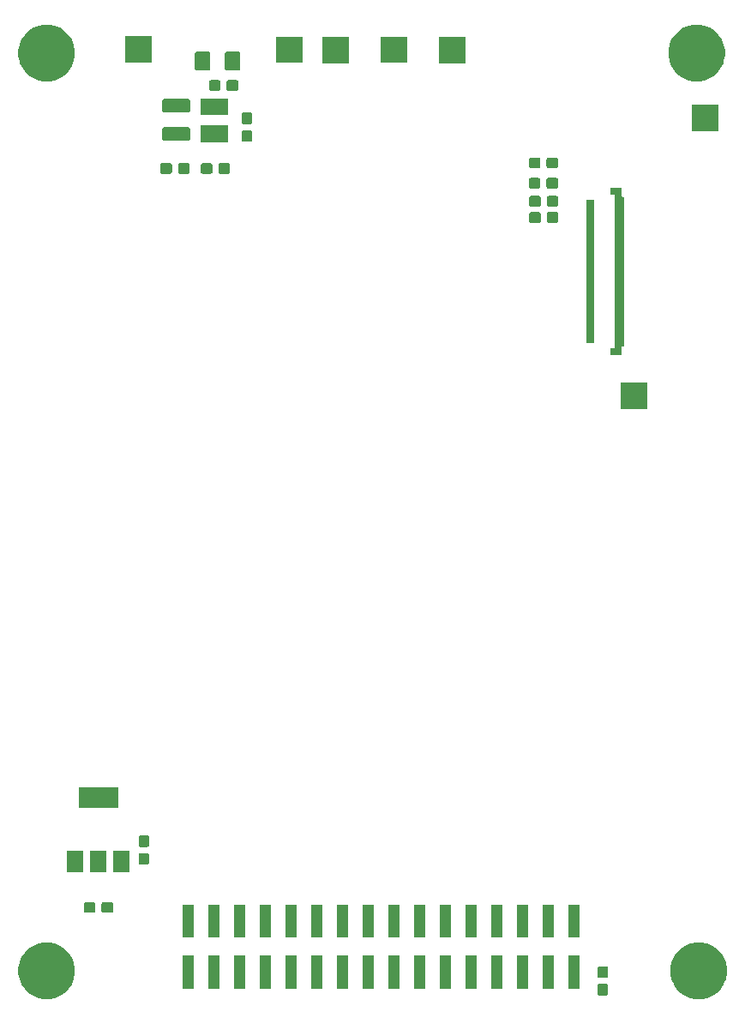
<source format=gbr>
G04 #@! TF.GenerationSoftware,KiCad,Pcbnew,(5.1.4)-1*
G04 #@! TF.CreationDate,2019-11-24T21:52:42+08:00*
G04 #@! TF.ProjectId,FH26W-45S-0.3SHW,46483236-572d-4343-9553-2d302e335348,rev?*
G04 #@! TF.SameCoordinates,Original*
G04 #@! TF.FileFunction,Soldermask,Bot*
G04 #@! TF.FilePolarity,Negative*
%FSLAX46Y46*%
G04 Gerber Fmt 4.6, Leading zero omitted, Abs format (unit mm)*
G04 Created by KiCad (PCBNEW (5.1.4)-1) date 2019-11-24 21:52:42*
%MOMM*%
%LPD*%
G04 APERTURE LIST*
%ADD10C,0.100000*%
G04 APERTURE END LIST*
D10*
G36*
X157217021Y-116906640D02*
G01*
X157726769Y-117117785D01*
X157726771Y-117117786D01*
X158185534Y-117424321D01*
X158575679Y-117814466D01*
X158765798Y-118099000D01*
X158882215Y-118273231D01*
X159093360Y-118782979D01*
X159201000Y-119324124D01*
X159201000Y-119875876D01*
X159093360Y-120417021D01*
X158891646Y-120904000D01*
X158882214Y-120926771D01*
X158575679Y-121385534D01*
X158185534Y-121775679D01*
X157726771Y-122082214D01*
X157726770Y-122082215D01*
X157726769Y-122082215D01*
X157217021Y-122293360D01*
X156675876Y-122401000D01*
X156124124Y-122401000D01*
X155582979Y-122293360D01*
X155073231Y-122082215D01*
X155073230Y-122082215D01*
X155073229Y-122082214D01*
X154614466Y-121775679D01*
X154224321Y-121385534D01*
X153917786Y-120926771D01*
X153908354Y-120904000D01*
X153706640Y-120417021D01*
X153599000Y-119875876D01*
X153599000Y-119324124D01*
X153706640Y-118782979D01*
X153917785Y-118273231D01*
X154034202Y-118099000D01*
X154224321Y-117814466D01*
X154614466Y-117424321D01*
X155073229Y-117117786D01*
X155073231Y-117117785D01*
X155582979Y-116906640D01*
X156124124Y-116799000D01*
X156675876Y-116799000D01*
X157217021Y-116906640D01*
X157217021Y-116906640D01*
G37*
G36*
X92817021Y-116906640D02*
G01*
X93326769Y-117117785D01*
X93326771Y-117117786D01*
X93785534Y-117424321D01*
X94175679Y-117814466D01*
X94365798Y-118099000D01*
X94482215Y-118273231D01*
X94693360Y-118782979D01*
X94801000Y-119324124D01*
X94801000Y-119875876D01*
X94693360Y-120417021D01*
X94491646Y-120904000D01*
X94482214Y-120926771D01*
X94175679Y-121385534D01*
X93785534Y-121775679D01*
X93326771Y-122082214D01*
X93326770Y-122082215D01*
X93326769Y-122082215D01*
X92817021Y-122293360D01*
X92275876Y-122401000D01*
X91724124Y-122401000D01*
X91182979Y-122293360D01*
X90673231Y-122082215D01*
X90673230Y-122082215D01*
X90673229Y-122082214D01*
X90214466Y-121775679D01*
X89824321Y-121385534D01*
X89517786Y-120926771D01*
X89508354Y-120904000D01*
X89306640Y-120417021D01*
X89199000Y-119875876D01*
X89199000Y-119324124D01*
X89306640Y-118782979D01*
X89517785Y-118273231D01*
X89634202Y-118099000D01*
X89824321Y-117814466D01*
X90214466Y-117424321D01*
X90673229Y-117117786D01*
X90673231Y-117117785D01*
X91182979Y-116906640D01*
X91724124Y-116799000D01*
X92275876Y-116799000D01*
X92817021Y-116906640D01*
X92817021Y-116906640D01*
G37*
G36*
X147284499Y-120908445D02*
G01*
X147321995Y-120919820D01*
X147356554Y-120938292D01*
X147386847Y-120963153D01*
X147411708Y-120993446D01*
X147430180Y-121028005D01*
X147441555Y-121065501D01*
X147446000Y-121110638D01*
X147446000Y-121849362D01*
X147441555Y-121894499D01*
X147430180Y-121931995D01*
X147411708Y-121966554D01*
X147386847Y-121996847D01*
X147356554Y-122021708D01*
X147321995Y-122040180D01*
X147284499Y-122051555D01*
X147239362Y-122056000D01*
X146600638Y-122056000D01*
X146555501Y-122051555D01*
X146518005Y-122040180D01*
X146483446Y-122021708D01*
X146453153Y-121996847D01*
X146428292Y-121966554D01*
X146409820Y-121931995D01*
X146398445Y-121894499D01*
X146394000Y-121849362D01*
X146394000Y-121110638D01*
X146398445Y-121065501D01*
X146409820Y-121028005D01*
X146428292Y-120993446D01*
X146453153Y-120963153D01*
X146483446Y-120938292D01*
X146518005Y-120919820D01*
X146555501Y-120908445D01*
X146600638Y-120904000D01*
X147239362Y-120904000D01*
X147284499Y-120908445D01*
X147284499Y-120908445D01*
G37*
G36*
X121741000Y-121351000D02*
G01*
X120639000Y-121351000D01*
X120639000Y-118099000D01*
X121741000Y-118099000D01*
X121741000Y-121351000D01*
X121741000Y-121351000D01*
G37*
G36*
X111581000Y-121351000D02*
G01*
X110479000Y-121351000D01*
X110479000Y-118099000D01*
X111581000Y-118099000D01*
X111581000Y-121351000D01*
X111581000Y-121351000D01*
G37*
G36*
X114121000Y-121351000D02*
G01*
X113019000Y-121351000D01*
X113019000Y-118099000D01*
X114121000Y-118099000D01*
X114121000Y-121351000D01*
X114121000Y-121351000D01*
G37*
G36*
X116661000Y-121351000D02*
G01*
X115559000Y-121351000D01*
X115559000Y-118099000D01*
X116661000Y-118099000D01*
X116661000Y-121351000D01*
X116661000Y-121351000D01*
G37*
G36*
X119201000Y-121351000D02*
G01*
X118099000Y-121351000D01*
X118099000Y-118099000D01*
X119201000Y-118099000D01*
X119201000Y-121351000D01*
X119201000Y-121351000D01*
G37*
G36*
X124281000Y-121351000D02*
G01*
X123179000Y-121351000D01*
X123179000Y-118099000D01*
X124281000Y-118099000D01*
X124281000Y-121351000D01*
X124281000Y-121351000D01*
G37*
G36*
X126821000Y-121351000D02*
G01*
X125719000Y-121351000D01*
X125719000Y-118099000D01*
X126821000Y-118099000D01*
X126821000Y-121351000D01*
X126821000Y-121351000D01*
G37*
G36*
X106501000Y-121351000D02*
G01*
X105399000Y-121351000D01*
X105399000Y-118099000D01*
X106501000Y-118099000D01*
X106501000Y-121351000D01*
X106501000Y-121351000D01*
G37*
G36*
X134441000Y-121351000D02*
G01*
X133339000Y-121351000D01*
X133339000Y-118099000D01*
X134441000Y-118099000D01*
X134441000Y-121351000D01*
X134441000Y-121351000D01*
G37*
G36*
X136981000Y-121351000D02*
G01*
X135879000Y-121351000D01*
X135879000Y-118099000D01*
X136981000Y-118099000D01*
X136981000Y-121351000D01*
X136981000Y-121351000D01*
G37*
G36*
X129361000Y-121351000D02*
G01*
X128259000Y-121351000D01*
X128259000Y-118099000D01*
X129361000Y-118099000D01*
X129361000Y-121351000D01*
X129361000Y-121351000D01*
G37*
G36*
X139521000Y-121351000D02*
G01*
X138419000Y-121351000D01*
X138419000Y-118099000D01*
X139521000Y-118099000D01*
X139521000Y-121351000D01*
X139521000Y-121351000D01*
G37*
G36*
X142061000Y-121351000D02*
G01*
X140959000Y-121351000D01*
X140959000Y-118099000D01*
X142061000Y-118099000D01*
X142061000Y-121351000D01*
X142061000Y-121351000D01*
G37*
G36*
X144601000Y-121351000D02*
G01*
X143499000Y-121351000D01*
X143499000Y-118099000D01*
X144601000Y-118099000D01*
X144601000Y-121351000D01*
X144601000Y-121351000D01*
G37*
G36*
X109041000Y-121351000D02*
G01*
X107939000Y-121351000D01*
X107939000Y-118099000D01*
X109041000Y-118099000D01*
X109041000Y-121351000D01*
X109041000Y-121351000D01*
G37*
G36*
X131901000Y-121351000D02*
G01*
X130799000Y-121351000D01*
X130799000Y-118099000D01*
X131901000Y-118099000D01*
X131901000Y-121351000D01*
X131901000Y-121351000D01*
G37*
G36*
X147284499Y-119158445D02*
G01*
X147321995Y-119169820D01*
X147356554Y-119188292D01*
X147386847Y-119213153D01*
X147411708Y-119243446D01*
X147430180Y-119278005D01*
X147441555Y-119315501D01*
X147446000Y-119360638D01*
X147446000Y-120099362D01*
X147441555Y-120144499D01*
X147430180Y-120181995D01*
X147411708Y-120216554D01*
X147386847Y-120246847D01*
X147356554Y-120271708D01*
X147321995Y-120290180D01*
X147284499Y-120301555D01*
X147239362Y-120306000D01*
X146600638Y-120306000D01*
X146555501Y-120301555D01*
X146518005Y-120290180D01*
X146483446Y-120271708D01*
X146453153Y-120246847D01*
X146428292Y-120216554D01*
X146409820Y-120181995D01*
X146398445Y-120144499D01*
X146394000Y-120099362D01*
X146394000Y-119360638D01*
X146398445Y-119315501D01*
X146409820Y-119278005D01*
X146428292Y-119243446D01*
X146453153Y-119213153D01*
X146483446Y-119188292D01*
X146518005Y-119169820D01*
X146555501Y-119158445D01*
X146600638Y-119154000D01*
X147239362Y-119154000D01*
X147284499Y-119158445D01*
X147284499Y-119158445D01*
G37*
G36*
X126821000Y-116301000D02*
G01*
X125719000Y-116301000D01*
X125719000Y-113049000D01*
X126821000Y-113049000D01*
X126821000Y-116301000D01*
X126821000Y-116301000D01*
G37*
G36*
X106501000Y-116301000D02*
G01*
X105399000Y-116301000D01*
X105399000Y-113049000D01*
X106501000Y-113049000D01*
X106501000Y-116301000D01*
X106501000Y-116301000D01*
G37*
G36*
X111581000Y-116301000D02*
G01*
X110479000Y-116301000D01*
X110479000Y-113049000D01*
X111581000Y-113049000D01*
X111581000Y-116301000D01*
X111581000Y-116301000D01*
G37*
G36*
X109041000Y-116301000D02*
G01*
X107939000Y-116301000D01*
X107939000Y-113049000D01*
X109041000Y-113049000D01*
X109041000Y-116301000D01*
X109041000Y-116301000D01*
G37*
G36*
X119201000Y-116301000D02*
G01*
X118099000Y-116301000D01*
X118099000Y-113049000D01*
X119201000Y-113049000D01*
X119201000Y-116301000D01*
X119201000Y-116301000D01*
G37*
G36*
X144601000Y-116301000D02*
G01*
X143499000Y-116301000D01*
X143499000Y-113049000D01*
X144601000Y-113049000D01*
X144601000Y-116301000D01*
X144601000Y-116301000D01*
G37*
G36*
X114121000Y-116301000D02*
G01*
X113019000Y-116301000D01*
X113019000Y-113049000D01*
X114121000Y-113049000D01*
X114121000Y-116301000D01*
X114121000Y-116301000D01*
G37*
G36*
X142061000Y-116301000D02*
G01*
X140959000Y-116301000D01*
X140959000Y-113049000D01*
X142061000Y-113049000D01*
X142061000Y-116301000D01*
X142061000Y-116301000D01*
G37*
G36*
X139521000Y-116301000D02*
G01*
X138419000Y-116301000D01*
X138419000Y-113049000D01*
X139521000Y-113049000D01*
X139521000Y-116301000D01*
X139521000Y-116301000D01*
G37*
G36*
X136981000Y-116301000D02*
G01*
X135879000Y-116301000D01*
X135879000Y-113049000D01*
X136981000Y-113049000D01*
X136981000Y-116301000D01*
X136981000Y-116301000D01*
G37*
G36*
X116661000Y-116301000D02*
G01*
X115559000Y-116301000D01*
X115559000Y-113049000D01*
X116661000Y-113049000D01*
X116661000Y-116301000D01*
X116661000Y-116301000D01*
G37*
G36*
X134441000Y-116301000D02*
G01*
X133339000Y-116301000D01*
X133339000Y-113049000D01*
X134441000Y-113049000D01*
X134441000Y-116301000D01*
X134441000Y-116301000D01*
G37*
G36*
X131901000Y-116301000D02*
G01*
X130799000Y-116301000D01*
X130799000Y-113049000D01*
X131901000Y-113049000D01*
X131901000Y-116301000D01*
X131901000Y-116301000D01*
G37*
G36*
X121741000Y-116301000D02*
G01*
X120639000Y-116301000D01*
X120639000Y-113049000D01*
X121741000Y-113049000D01*
X121741000Y-116301000D01*
X121741000Y-116301000D01*
G37*
G36*
X129361000Y-116301000D02*
G01*
X128259000Y-116301000D01*
X128259000Y-113049000D01*
X129361000Y-113049000D01*
X129361000Y-116301000D01*
X129361000Y-116301000D01*
G37*
G36*
X124281000Y-116301000D02*
G01*
X123179000Y-116301000D01*
X123179000Y-113049000D01*
X124281000Y-113049000D01*
X124281000Y-116301000D01*
X124281000Y-116301000D01*
G37*
G36*
X96664499Y-112838445D02*
G01*
X96701995Y-112849820D01*
X96736554Y-112868292D01*
X96766847Y-112893153D01*
X96791708Y-112923446D01*
X96810180Y-112958005D01*
X96821555Y-112995501D01*
X96826000Y-113040638D01*
X96826000Y-113679362D01*
X96821555Y-113724499D01*
X96810180Y-113761995D01*
X96791708Y-113796554D01*
X96766847Y-113826847D01*
X96736554Y-113851708D01*
X96701995Y-113870180D01*
X96664499Y-113881555D01*
X96619362Y-113886000D01*
X95880638Y-113886000D01*
X95835501Y-113881555D01*
X95798005Y-113870180D01*
X95763446Y-113851708D01*
X95733153Y-113826847D01*
X95708292Y-113796554D01*
X95689820Y-113761995D01*
X95678445Y-113724499D01*
X95674000Y-113679362D01*
X95674000Y-113040638D01*
X95678445Y-112995501D01*
X95689820Y-112958005D01*
X95708292Y-112923446D01*
X95733153Y-112893153D01*
X95763446Y-112868292D01*
X95798005Y-112849820D01*
X95835501Y-112838445D01*
X95880638Y-112834000D01*
X96619362Y-112834000D01*
X96664499Y-112838445D01*
X96664499Y-112838445D01*
G37*
G36*
X98414499Y-112838445D02*
G01*
X98451995Y-112849820D01*
X98486554Y-112868292D01*
X98516847Y-112893153D01*
X98541708Y-112923446D01*
X98560180Y-112958005D01*
X98571555Y-112995501D01*
X98576000Y-113040638D01*
X98576000Y-113679362D01*
X98571555Y-113724499D01*
X98560180Y-113761995D01*
X98541708Y-113796554D01*
X98516847Y-113826847D01*
X98486554Y-113851708D01*
X98451995Y-113870180D01*
X98414499Y-113881555D01*
X98369362Y-113886000D01*
X97630638Y-113886000D01*
X97585501Y-113881555D01*
X97548005Y-113870180D01*
X97513446Y-113851708D01*
X97483153Y-113826847D01*
X97458292Y-113796554D01*
X97439820Y-113761995D01*
X97428445Y-113724499D01*
X97424000Y-113679362D01*
X97424000Y-113040638D01*
X97428445Y-112995501D01*
X97439820Y-112958005D01*
X97458292Y-112923446D01*
X97483153Y-112893153D01*
X97513446Y-112868292D01*
X97548005Y-112849820D01*
X97585501Y-112838445D01*
X97630638Y-112834000D01*
X98369362Y-112834000D01*
X98414499Y-112838445D01*
X98414499Y-112838445D01*
G37*
G36*
X95601000Y-109851000D02*
G01*
X93999000Y-109851000D01*
X93999000Y-107749000D01*
X95601000Y-107749000D01*
X95601000Y-109851000D01*
X95601000Y-109851000D01*
G37*
G36*
X100201000Y-109851000D02*
G01*
X98599000Y-109851000D01*
X98599000Y-107749000D01*
X100201000Y-107749000D01*
X100201000Y-109851000D01*
X100201000Y-109851000D01*
G37*
G36*
X97901000Y-109851000D02*
G01*
X96299000Y-109851000D01*
X96299000Y-107749000D01*
X97901000Y-107749000D01*
X97901000Y-109851000D01*
X97901000Y-109851000D01*
G37*
G36*
X101964499Y-107978445D02*
G01*
X102001995Y-107989820D01*
X102036554Y-108008292D01*
X102066847Y-108033153D01*
X102091708Y-108063446D01*
X102110180Y-108098005D01*
X102121555Y-108135501D01*
X102126000Y-108180638D01*
X102126000Y-108919362D01*
X102121555Y-108964499D01*
X102110180Y-109001995D01*
X102091708Y-109036554D01*
X102066847Y-109066847D01*
X102036554Y-109091708D01*
X102001995Y-109110180D01*
X101964499Y-109121555D01*
X101919362Y-109126000D01*
X101280638Y-109126000D01*
X101235501Y-109121555D01*
X101198005Y-109110180D01*
X101163446Y-109091708D01*
X101133153Y-109066847D01*
X101108292Y-109036554D01*
X101089820Y-109001995D01*
X101078445Y-108964499D01*
X101074000Y-108919362D01*
X101074000Y-108180638D01*
X101078445Y-108135501D01*
X101089820Y-108098005D01*
X101108292Y-108063446D01*
X101133153Y-108033153D01*
X101163446Y-108008292D01*
X101198005Y-107989820D01*
X101235501Y-107978445D01*
X101280638Y-107974000D01*
X101919362Y-107974000D01*
X101964499Y-107978445D01*
X101964499Y-107978445D01*
G37*
G36*
X101964499Y-106228445D02*
G01*
X102001995Y-106239820D01*
X102036554Y-106258292D01*
X102066847Y-106283153D01*
X102091708Y-106313446D01*
X102110180Y-106348005D01*
X102121555Y-106385501D01*
X102126000Y-106430638D01*
X102126000Y-107169362D01*
X102121555Y-107214499D01*
X102110180Y-107251995D01*
X102091708Y-107286554D01*
X102066847Y-107316847D01*
X102036554Y-107341708D01*
X102001995Y-107360180D01*
X101964499Y-107371555D01*
X101919362Y-107376000D01*
X101280638Y-107376000D01*
X101235501Y-107371555D01*
X101198005Y-107360180D01*
X101163446Y-107341708D01*
X101133153Y-107316847D01*
X101108292Y-107286554D01*
X101089820Y-107251995D01*
X101078445Y-107214499D01*
X101074000Y-107169362D01*
X101074000Y-106430638D01*
X101078445Y-106385501D01*
X101089820Y-106348005D01*
X101108292Y-106313446D01*
X101133153Y-106283153D01*
X101163446Y-106258292D01*
X101198005Y-106239820D01*
X101235501Y-106228445D01*
X101280638Y-106224000D01*
X101919362Y-106224000D01*
X101964499Y-106228445D01*
X101964499Y-106228445D01*
G37*
G36*
X99051000Y-103551000D02*
G01*
X95149000Y-103551000D01*
X95149000Y-101449000D01*
X99051000Y-101449000D01*
X99051000Y-103551000D01*
X99051000Y-103551000D01*
G37*
G36*
X151301000Y-64141000D02*
G01*
X148699000Y-64141000D01*
X148699000Y-61539000D01*
X151301000Y-61539000D01*
X151301000Y-64141000D01*
X151301000Y-64141000D01*
G37*
G36*
X148801000Y-43079001D02*
G01*
X148803402Y-43103387D01*
X148810515Y-43126836D01*
X148822066Y-43148447D01*
X148837611Y-43167389D01*
X148856553Y-43182934D01*
X148878164Y-43194485D01*
X148901613Y-43201598D01*
X148925999Y-43204000D01*
X149061000Y-43204000D01*
X149061000Y-57936000D01*
X148925999Y-57936000D01*
X148901613Y-57938402D01*
X148878164Y-57945515D01*
X148856553Y-57957066D01*
X148837611Y-57972611D01*
X148822066Y-57991553D01*
X148810515Y-58013164D01*
X148803402Y-58036613D01*
X148801000Y-58060999D01*
X148801000Y-58826000D01*
X147699000Y-58826000D01*
X147699000Y-58174000D01*
X147984001Y-58174000D01*
X148008387Y-58171598D01*
X148031836Y-58164485D01*
X148053447Y-58152934D01*
X148072389Y-58137389D01*
X148087934Y-58118447D01*
X148099485Y-58096836D01*
X148106598Y-58073387D01*
X148109000Y-58049001D01*
X148109000Y-43090999D01*
X148106598Y-43066613D01*
X148099485Y-43043164D01*
X148087934Y-43021553D01*
X148072389Y-43002611D01*
X148053447Y-42987066D01*
X148031836Y-42975515D01*
X148008387Y-42968402D01*
X147984001Y-42966000D01*
X147699000Y-42966000D01*
X147699000Y-42314000D01*
X148801000Y-42314000D01*
X148801000Y-43079001D01*
X148801000Y-43079001D01*
G37*
G36*
X146101000Y-57611000D02*
G01*
X145299000Y-57611000D01*
X145299000Y-43529000D01*
X146101000Y-43529000D01*
X146101000Y-57611000D01*
X146101000Y-57611000D01*
G37*
G36*
X140634499Y-44708445D02*
G01*
X140671995Y-44719820D01*
X140706554Y-44738292D01*
X140736847Y-44763153D01*
X140761708Y-44793446D01*
X140780180Y-44828005D01*
X140791555Y-44865501D01*
X140796000Y-44910638D01*
X140796000Y-45549362D01*
X140791555Y-45594499D01*
X140780180Y-45631995D01*
X140761708Y-45666554D01*
X140736847Y-45696847D01*
X140706554Y-45721708D01*
X140671995Y-45740180D01*
X140634499Y-45751555D01*
X140589362Y-45756000D01*
X139850638Y-45756000D01*
X139805501Y-45751555D01*
X139768005Y-45740180D01*
X139733446Y-45721708D01*
X139703153Y-45696847D01*
X139678292Y-45666554D01*
X139659820Y-45631995D01*
X139648445Y-45594499D01*
X139644000Y-45549362D01*
X139644000Y-44910638D01*
X139648445Y-44865501D01*
X139659820Y-44828005D01*
X139678292Y-44793446D01*
X139703153Y-44763153D01*
X139733446Y-44738292D01*
X139768005Y-44719820D01*
X139805501Y-44708445D01*
X139850638Y-44704000D01*
X140589362Y-44704000D01*
X140634499Y-44708445D01*
X140634499Y-44708445D01*
G37*
G36*
X142384499Y-44708445D02*
G01*
X142421995Y-44719820D01*
X142456554Y-44738292D01*
X142486847Y-44763153D01*
X142511708Y-44793446D01*
X142530180Y-44828005D01*
X142541555Y-44865501D01*
X142546000Y-44910638D01*
X142546000Y-45549362D01*
X142541555Y-45594499D01*
X142530180Y-45631995D01*
X142511708Y-45666554D01*
X142486847Y-45696847D01*
X142456554Y-45721708D01*
X142421995Y-45740180D01*
X142384499Y-45751555D01*
X142339362Y-45756000D01*
X141600638Y-45756000D01*
X141555501Y-45751555D01*
X141518005Y-45740180D01*
X141483446Y-45721708D01*
X141453153Y-45696847D01*
X141428292Y-45666554D01*
X141409820Y-45631995D01*
X141398445Y-45594499D01*
X141394000Y-45549362D01*
X141394000Y-44910638D01*
X141398445Y-44865501D01*
X141409820Y-44828005D01*
X141428292Y-44793446D01*
X141453153Y-44763153D01*
X141483446Y-44738292D01*
X141518005Y-44719820D01*
X141555501Y-44708445D01*
X141600638Y-44704000D01*
X142339362Y-44704000D01*
X142384499Y-44708445D01*
X142384499Y-44708445D01*
G37*
G36*
X142384499Y-43108445D02*
G01*
X142421995Y-43119820D01*
X142456554Y-43138292D01*
X142486847Y-43163153D01*
X142511708Y-43193446D01*
X142530180Y-43228005D01*
X142541555Y-43265501D01*
X142546000Y-43310638D01*
X142546000Y-43949362D01*
X142541555Y-43994499D01*
X142530180Y-44031995D01*
X142511708Y-44066554D01*
X142486847Y-44096847D01*
X142456554Y-44121708D01*
X142421995Y-44140180D01*
X142384499Y-44151555D01*
X142339362Y-44156000D01*
X141600638Y-44156000D01*
X141555501Y-44151555D01*
X141518005Y-44140180D01*
X141483446Y-44121708D01*
X141453153Y-44096847D01*
X141428292Y-44066554D01*
X141409820Y-44031995D01*
X141398445Y-43994499D01*
X141394000Y-43949362D01*
X141394000Y-43310638D01*
X141398445Y-43265501D01*
X141409820Y-43228005D01*
X141428292Y-43193446D01*
X141453153Y-43163153D01*
X141483446Y-43138292D01*
X141518005Y-43119820D01*
X141555501Y-43108445D01*
X141600638Y-43104000D01*
X142339362Y-43104000D01*
X142384499Y-43108445D01*
X142384499Y-43108445D01*
G37*
G36*
X140634499Y-43108445D02*
G01*
X140671995Y-43119820D01*
X140706554Y-43138292D01*
X140736847Y-43163153D01*
X140761708Y-43193446D01*
X140780180Y-43228005D01*
X140791555Y-43265501D01*
X140796000Y-43310638D01*
X140796000Y-43949362D01*
X140791555Y-43994499D01*
X140780180Y-44031995D01*
X140761708Y-44066554D01*
X140736847Y-44096847D01*
X140706554Y-44121708D01*
X140671995Y-44140180D01*
X140634499Y-44151555D01*
X140589362Y-44156000D01*
X139850638Y-44156000D01*
X139805501Y-44151555D01*
X139768005Y-44140180D01*
X139733446Y-44121708D01*
X139703153Y-44096847D01*
X139678292Y-44066554D01*
X139659820Y-44031995D01*
X139648445Y-43994499D01*
X139644000Y-43949362D01*
X139644000Y-43310638D01*
X139648445Y-43265501D01*
X139659820Y-43228005D01*
X139678292Y-43193446D01*
X139703153Y-43163153D01*
X139733446Y-43138292D01*
X139768005Y-43119820D01*
X139805501Y-43108445D01*
X139850638Y-43104000D01*
X140589362Y-43104000D01*
X140634499Y-43108445D01*
X140634499Y-43108445D01*
G37*
G36*
X140604499Y-41328445D02*
G01*
X140641995Y-41339820D01*
X140676554Y-41358292D01*
X140706847Y-41383153D01*
X140731708Y-41413446D01*
X140750180Y-41448005D01*
X140761555Y-41485501D01*
X140766000Y-41530638D01*
X140766000Y-42169362D01*
X140761555Y-42214499D01*
X140750180Y-42251995D01*
X140731708Y-42286554D01*
X140706847Y-42316847D01*
X140676554Y-42341708D01*
X140641995Y-42360180D01*
X140604499Y-42371555D01*
X140559362Y-42376000D01*
X139820638Y-42376000D01*
X139775501Y-42371555D01*
X139738005Y-42360180D01*
X139703446Y-42341708D01*
X139673153Y-42316847D01*
X139648292Y-42286554D01*
X139629820Y-42251995D01*
X139618445Y-42214499D01*
X139614000Y-42169362D01*
X139614000Y-41530638D01*
X139618445Y-41485501D01*
X139629820Y-41448005D01*
X139648292Y-41413446D01*
X139673153Y-41383153D01*
X139703446Y-41358292D01*
X139738005Y-41339820D01*
X139775501Y-41328445D01*
X139820638Y-41324000D01*
X140559362Y-41324000D01*
X140604499Y-41328445D01*
X140604499Y-41328445D01*
G37*
G36*
X142354499Y-41328445D02*
G01*
X142391995Y-41339820D01*
X142426554Y-41358292D01*
X142456847Y-41383153D01*
X142481708Y-41413446D01*
X142500180Y-41448005D01*
X142511555Y-41485501D01*
X142516000Y-41530638D01*
X142516000Y-42169362D01*
X142511555Y-42214499D01*
X142500180Y-42251995D01*
X142481708Y-42286554D01*
X142456847Y-42316847D01*
X142426554Y-42341708D01*
X142391995Y-42360180D01*
X142354499Y-42371555D01*
X142309362Y-42376000D01*
X141570638Y-42376000D01*
X141525501Y-42371555D01*
X141488005Y-42360180D01*
X141453446Y-42341708D01*
X141423153Y-42316847D01*
X141398292Y-42286554D01*
X141379820Y-42251995D01*
X141368445Y-42214499D01*
X141364000Y-42169362D01*
X141364000Y-41530638D01*
X141368445Y-41485501D01*
X141379820Y-41448005D01*
X141398292Y-41413446D01*
X141423153Y-41383153D01*
X141453446Y-41358292D01*
X141488005Y-41339820D01*
X141525501Y-41328445D01*
X141570638Y-41324000D01*
X142309362Y-41324000D01*
X142354499Y-41328445D01*
X142354499Y-41328445D01*
G37*
G36*
X108214499Y-39878445D02*
G01*
X108251995Y-39889820D01*
X108286554Y-39908292D01*
X108316847Y-39933153D01*
X108341708Y-39963446D01*
X108360180Y-39998005D01*
X108371555Y-40035501D01*
X108376000Y-40080638D01*
X108376000Y-40719362D01*
X108371555Y-40764499D01*
X108360180Y-40801995D01*
X108341708Y-40836554D01*
X108316847Y-40866847D01*
X108286554Y-40891708D01*
X108251995Y-40910180D01*
X108214499Y-40921555D01*
X108169362Y-40926000D01*
X107430638Y-40926000D01*
X107385501Y-40921555D01*
X107348005Y-40910180D01*
X107313446Y-40891708D01*
X107283153Y-40866847D01*
X107258292Y-40836554D01*
X107239820Y-40801995D01*
X107228445Y-40764499D01*
X107224000Y-40719362D01*
X107224000Y-40080638D01*
X107228445Y-40035501D01*
X107239820Y-39998005D01*
X107258292Y-39963446D01*
X107283153Y-39933153D01*
X107313446Y-39908292D01*
X107348005Y-39889820D01*
X107385501Y-39878445D01*
X107430638Y-39874000D01*
X108169362Y-39874000D01*
X108214499Y-39878445D01*
X108214499Y-39878445D01*
G37*
G36*
X109964499Y-39878445D02*
G01*
X110001995Y-39889820D01*
X110036554Y-39908292D01*
X110066847Y-39933153D01*
X110091708Y-39963446D01*
X110110180Y-39998005D01*
X110121555Y-40035501D01*
X110126000Y-40080638D01*
X110126000Y-40719362D01*
X110121555Y-40764499D01*
X110110180Y-40801995D01*
X110091708Y-40836554D01*
X110066847Y-40866847D01*
X110036554Y-40891708D01*
X110001995Y-40910180D01*
X109964499Y-40921555D01*
X109919362Y-40926000D01*
X109180638Y-40926000D01*
X109135501Y-40921555D01*
X109098005Y-40910180D01*
X109063446Y-40891708D01*
X109033153Y-40866847D01*
X109008292Y-40836554D01*
X108989820Y-40801995D01*
X108978445Y-40764499D01*
X108974000Y-40719362D01*
X108974000Y-40080638D01*
X108978445Y-40035501D01*
X108989820Y-39998005D01*
X109008292Y-39963446D01*
X109033153Y-39933153D01*
X109063446Y-39908292D01*
X109098005Y-39889820D01*
X109135501Y-39878445D01*
X109180638Y-39874000D01*
X109919362Y-39874000D01*
X109964499Y-39878445D01*
X109964499Y-39878445D01*
G37*
G36*
X105964499Y-39878445D02*
G01*
X106001995Y-39889820D01*
X106036554Y-39908292D01*
X106066847Y-39933153D01*
X106091708Y-39963446D01*
X106110180Y-39998005D01*
X106121555Y-40035501D01*
X106126000Y-40080638D01*
X106126000Y-40719362D01*
X106121555Y-40764499D01*
X106110180Y-40801995D01*
X106091708Y-40836554D01*
X106066847Y-40866847D01*
X106036554Y-40891708D01*
X106001995Y-40910180D01*
X105964499Y-40921555D01*
X105919362Y-40926000D01*
X105180638Y-40926000D01*
X105135501Y-40921555D01*
X105098005Y-40910180D01*
X105063446Y-40891708D01*
X105033153Y-40866847D01*
X105008292Y-40836554D01*
X104989820Y-40801995D01*
X104978445Y-40764499D01*
X104974000Y-40719362D01*
X104974000Y-40080638D01*
X104978445Y-40035501D01*
X104989820Y-39998005D01*
X105008292Y-39963446D01*
X105033153Y-39933153D01*
X105063446Y-39908292D01*
X105098005Y-39889820D01*
X105135501Y-39878445D01*
X105180638Y-39874000D01*
X105919362Y-39874000D01*
X105964499Y-39878445D01*
X105964499Y-39878445D01*
G37*
G36*
X104214499Y-39878445D02*
G01*
X104251995Y-39889820D01*
X104286554Y-39908292D01*
X104316847Y-39933153D01*
X104341708Y-39963446D01*
X104360180Y-39998005D01*
X104371555Y-40035501D01*
X104376000Y-40080638D01*
X104376000Y-40719362D01*
X104371555Y-40764499D01*
X104360180Y-40801995D01*
X104341708Y-40836554D01*
X104316847Y-40866847D01*
X104286554Y-40891708D01*
X104251995Y-40910180D01*
X104214499Y-40921555D01*
X104169362Y-40926000D01*
X103430638Y-40926000D01*
X103385501Y-40921555D01*
X103348005Y-40910180D01*
X103313446Y-40891708D01*
X103283153Y-40866847D01*
X103258292Y-40836554D01*
X103239820Y-40801995D01*
X103228445Y-40764499D01*
X103224000Y-40719362D01*
X103224000Y-40080638D01*
X103228445Y-40035501D01*
X103239820Y-39998005D01*
X103258292Y-39963446D01*
X103283153Y-39933153D01*
X103313446Y-39908292D01*
X103348005Y-39889820D01*
X103385501Y-39878445D01*
X103430638Y-39874000D01*
X104169362Y-39874000D01*
X104214499Y-39878445D01*
X104214499Y-39878445D01*
G37*
G36*
X142359499Y-39318445D02*
G01*
X142396995Y-39329820D01*
X142431554Y-39348292D01*
X142461847Y-39373153D01*
X142486708Y-39403446D01*
X142505180Y-39438005D01*
X142516555Y-39475501D01*
X142521000Y-39520638D01*
X142521000Y-40159362D01*
X142516555Y-40204499D01*
X142505180Y-40241995D01*
X142486708Y-40276554D01*
X142461847Y-40306847D01*
X142431554Y-40331708D01*
X142396995Y-40350180D01*
X142359499Y-40361555D01*
X142314362Y-40366000D01*
X141575638Y-40366000D01*
X141530501Y-40361555D01*
X141493005Y-40350180D01*
X141458446Y-40331708D01*
X141428153Y-40306847D01*
X141403292Y-40276554D01*
X141384820Y-40241995D01*
X141373445Y-40204499D01*
X141369000Y-40159362D01*
X141369000Y-39520638D01*
X141373445Y-39475501D01*
X141384820Y-39438005D01*
X141403292Y-39403446D01*
X141428153Y-39373153D01*
X141458446Y-39348292D01*
X141493005Y-39329820D01*
X141530501Y-39318445D01*
X141575638Y-39314000D01*
X142314362Y-39314000D01*
X142359499Y-39318445D01*
X142359499Y-39318445D01*
G37*
G36*
X140609499Y-39318445D02*
G01*
X140646995Y-39329820D01*
X140681554Y-39348292D01*
X140711847Y-39373153D01*
X140736708Y-39403446D01*
X140755180Y-39438005D01*
X140766555Y-39475501D01*
X140771000Y-39520638D01*
X140771000Y-40159362D01*
X140766555Y-40204499D01*
X140755180Y-40241995D01*
X140736708Y-40276554D01*
X140711847Y-40306847D01*
X140681554Y-40331708D01*
X140646995Y-40350180D01*
X140609499Y-40361555D01*
X140564362Y-40366000D01*
X139825638Y-40366000D01*
X139780501Y-40361555D01*
X139743005Y-40350180D01*
X139708446Y-40331708D01*
X139678153Y-40306847D01*
X139653292Y-40276554D01*
X139634820Y-40241995D01*
X139623445Y-40204499D01*
X139619000Y-40159362D01*
X139619000Y-39520638D01*
X139623445Y-39475501D01*
X139634820Y-39438005D01*
X139653292Y-39403446D01*
X139678153Y-39373153D01*
X139708446Y-39348292D01*
X139743005Y-39329820D01*
X139780501Y-39318445D01*
X139825638Y-39314000D01*
X140564362Y-39314000D01*
X140609499Y-39318445D01*
X140609499Y-39318445D01*
G37*
G36*
X109876000Y-37831000D02*
G01*
X107224000Y-37831000D01*
X107224000Y-36169000D01*
X109876000Y-36169000D01*
X109876000Y-37831000D01*
X109876000Y-37831000D01*
G37*
G36*
X112164499Y-36628445D02*
G01*
X112201995Y-36639820D01*
X112236554Y-36658292D01*
X112266847Y-36683153D01*
X112291708Y-36713446D01*
X112310180Y-36748005D01*
X112321555Y-36785501D01*
X112326000Y-36830638D01*
X112326000Y-37569362D01*
X112321555Y-37614499D01*
X112310180Y-37651995D01*
X112291708Y-37686554D01*
X112266847Y-37716847D01*
X112236554Y-37741708D01*
X112201995Y-37760180D01*
X112164499Y-37771555D01*
X112119362Y-37776000D01*
X111480638Y-37776000D01*
X111435501Y-37771555D01*
X111398005Y-37760180D01*
X111363446Y-37741708D01*
X111333153Y-37716847D01*
X111308292Y-37686554D01*
X111289820Y-37651995D01*
X111278445Y-37614499D01*
X111274000Y-37569362D01*
X111274000Y-36830638D01*
X111278445Y-36785501D01*
X111289820Y-36748005D01*
X111308292Y-36713446D01*
X111333153Y-36683153D01*
X111363446Y-36658292D01*
X111398005Y-36639820D01*
X111435501Y-36628445D01*
X111480638Y-36624000D01*
X112119362Y-36624000D01*
X112164499Y-36628445D01*
X112164499Y-36628445D01*
G37*
G36*
X106018604Y-36328347D02*
G01*
X106055144Y-36339432D01*
X106088821Y-36357433D01*
X106118341Y-36381659D01*
X106142567Y-36411179D01*
X106160568Y-36444856D01*
X106171653Y-36481396D01*
X106176000Y-36525538D01*
X106176000Y-37474462D01*
X106171653Y-37518604D01*
X106160568Y-37555144D01*
X106142567Y-37588821D01*
X106118341Y-37618341D01*
X106088821Y-37642567D01*
X106055144Y-37660568D01*
X106018604Y-37671653D01*
X105974462Y-37676000D01*
X103625538Y-37676000D01*
X103581396Y-37671653D01*
X103544856Y-37660568D01*
X103511179Y-37642567D01*
X103481659Y-37618341D01*
X103457433Y-37588821D01*
X103439432Y-37555144D01*
X103428347Y-37518604D01*
X103424000Y-37474462D01*
X103424000Y-36525538D01*
X103428347Y-36481396D01*
X103439432Y-36444856D01*
X103457433Y-36411179D01*
X103481659Y-36381659D01*
X103511179Y-36357433D01*
X103544856Y-36339432D01*
X103581396Y-36328347D01*
X103625538Y-36324000D01*
X105974462Y-36324000D01*
X106018604Y-36328347D01*
X106018604Y-36328347D01*
G37*
G36*
X158361000Y-36711000D02*
G01*
X155759000Y-36711000D01*
X155759000Y-34109000D01*
X158361000Y-34109000D01*
X158361000Y-36711000D01*
X158361000Y-36711000D01*
G37*
G36*
X112164499Y-34878445D02*
G01*
X112201995Y-34889820D01*
X112236554Y-34908292D01*
X112266847Y-34933153D01*
X112291708Y-34963446D01*
X112310180Y-34998005D01*
X112321555Y-35035501D01*
X112326000Y-35080638D01*
X112326000Y-35819362D01*
X112321555Y-35864499D01*
X112310180Y-35901995D01*
X112291708Y-35936554D01*
X112266847Y-35966847D01*
X112236554Y-35991708D01*
X112201995Y-36010180D01*
X112164499Y-36021555D01*
X112119362Y-36026000D01*
X111480638Y-36026000D01*
X111435501Y-36021555D01*
X111398005Y-36010180D01*
X111363446Y-35991708D01*
X111333153Y-35966847D01*
X111308292Y-35936554D01*
X111289820Y-35901995D01*
X111278445Y-35864499D01*
X111274000Y-35819362D01*
X111274000Y-35080638D01*
X111278445Y-35035501D01*
X111289820Y-34998005D01*
X111308292Y-34963446D01*
X111333153Y-34933153D01*
X111363446Y-34908292D01*
X111398005Y-34889820D01*
X111435501Y-34878445D01*
X111480638Y-34874000D01*
X112119362Y-34874000D01*
X112164499Y-34878445D01*
X112164499Y-34878445D01*
G37*
G36*
X109876000Y-35131000D02*
G01*
X107224000Y-35131000D01*
X107224000Y-33469000D01*
X109876000Y-33469000D01*
X109876000Y-35131000D01*
X109876000Y-35131000D01*
G37*
G36*
X106018604Y-33528347D02*
G01*
X106055144Y-33539432D01*
X106088821Y-33557433D01*
X106118341Y-33581659D01*
X106142567Y-33611179D01*
X106160568Y-33644856D01*
X106171653Y-33681396D01*
X106176000Y-33725538D01*
X106176000Y-34674462D01*
X106171653Y-34718604D01*
X106160568Y-34755144D01*
X106142567Y-34788821D01*
X106118341Y-34818341D01*
X106088821Y-34842567D01*
X106055144Y-34860568D01*
X106018604Y-34871653D01*
X105974462Y-34876000D01*
X103625538Y-34876000D01*
X103581396Y-34871653D01*
X103544856Y-34860568D01*
X103511179Y-34842567D01*
X103481659Y-34818341D01*
X103457433Y-34788821D01*
X103439432Y-34755144D01*
X103428347Y-34718604D01*
X103424000Y-34674462D01*
X103424000Y-33725538D01*
X103428347Y-33681396D01*
X103439432Y-33644856D01*
X103457433Y-33611179D01*
X103481659Y-33581659D01*
X103511179Y-33557433D01*
X103544856Y-33539432D01*
X103581396Y-33528347D01*
X103625538Y-33524000D01*
X105974462Y-33524000D01*
X106018604Y-33528347D01*
X106018604Y-33528347D01*
G37*
G36*
X109014499Y-31678445D02*
G01*
X109051995Y-31689820D01*
X109086554Y-31708292D01*
X109116847Y-31733153D01*
X109141708Y-31763446D01*
X109160180Y-31798005D01*
X109171555Y-31835501D01*
X109176000Y-31880638D01*
X109176000Y-32519362D01*
X109171555Y-32564499D01*
X109160180Y-32601995D01*
X109141708Y-32636554D01*
X109116847Y-32666847D01*
X109086554Y-32691708D01*
X109051995Y-32710180D01*
X109014499Y-32721555D01*
X108969362Y-32726000D01*
X108230638Y-32726000D01*
X108185501Y-32721555D01*
X108148005Y-32710180D01*
X108113446Y-32691708D01*
X108083153Y-32666847D01*
X108058292Y-32636554D01*
X108039820Y-32601995D01*
X108028445Y-32564499D01*
X108024000Y-32519362D01*
X108024000Y-31880638D01*
X108028445Y-31835501D01*
X108039820Y-31798005D01*
X108058292Y-31763446D01*
X108083153Y-31733153D01*
X108113446Y-31708292D01*
X108148005Y-31689820D01*
X108185501Y-31678445D01*
X108230638Y-31674000D01*
X108969362Y-31674000D01*
X109014499Y-31678445D01*
X109014499Y-31678445D01*
G37*
G36*
X110764499Y-31678445D02*
G01*
X110801995Y-31689820D01*
X110836554Y-31708292D01*
X110866847Y-31733153D01*
X110891708Y-31763446D01*
X110910180Y-31798005D01*
X110921555Y-31835501D01*
X110926000Y-31880638D01*
X110926000Y-32519362D01*
X110921555Y-32564499D01*
X110910180Y-32601995D01*
X110891708Y-32636554D01*
X110866847Y-32666847D01*
X110836554Y-32691708D01*
X110801995Y-32710180D01*
X110764499Y-32721555D01*
X110719362Y-32726000D01*
X109980638Y-32726000D01*
X109935501Y-32721555D01*
X109898005Y-32710180D01*
X109863446Y-32691708D01*
X109833153Y-32666847D01*
X109808292Y-32636554D01*
X109789820Y-32601995D01*
X109778445Y-32564499D01*
X109774000Y-32519362D01*
X109774000Y-31880638D01*
X109778445Y-31835501D01*
X109789820Y-31798005D01*
X109808292Y-31763446D01*
X109833153Y-31733153D01*
X109863446Y-31708292D01*
X109898005Y-31689820D01*
X109935501Y-31678445D01*
X109980638Y-31674000D01*
X110719362Y-31674000D01*
X110764499Y-31678445D01*
X110764499Y-31678445D01*
G37*
G36*
X157017021Y-26306640D02*
G01*
X157526769Y-26517785D01*
X157526771Y-26517786D01*
X157985534Y-26824321D01*
X158375679Y-27214466D01*
X158498980Y-27399000D01*
X158682215Y-27673231D01*
X158893360Y-28182979D01*
X159001000Y-28724124D01*
X159001000Y-29275876D01*
X158893360Y-29817021D01*
X158821295Y-29991000D01*
X158682214Y-30326771D01*
X158375679Y-30785534D01*
X157985534Y-31175679D01*
X157526771Y-31482214D01*
X157526770Y-31482215D01*
X157526769Y-31482215D01*
X157017021Y-31693360D01*
X156475876Y-31801000D01*
X155924124Y-31801000D01*
X155382979Y-31693360D01*
X154873231Y-31482215D01*
X154873230Y-31482215D01*
X154873229Y-31482214D01*
X154414466Y-31175679D01*
X154024321Y-30785534D01*
X153717786Y-30326771D01*
X153578705Y-29991000D01*
X153506640Y-29817021D01*
X153399000Y-29275876D01*
X153399000Y-28724124D01*
X153506640Y-28182979D01*
X153717785Y-27673231D01*
X153901020Y-27399000D01*
X154024321Y-27214466D01*
X154414466Y-26824321D01*
X154873229Y-26517786D01*
X154873231Y-26517785D01*
X155382979Y-26306640D01*
X155924124Y-26199000D01*
X156475876Y-26199000D01*
X157017021Y-26306640D01*
X157017021Y-26306640D01*
G37*
G36*
X92817021Y-26306640D02*
G01*
X93326769Y-26517785D01*
X93326771Y-26517786D01*
X93785534Y-26824321D01*
X94175679Y-27214466D01*
X94298980Y-27399000D01*
X94482215Y-27673231D01*
X94693360Y-28182979D01*
X94801000Y-28724124D01*
X94801000Y-29275876D01*
X94693360Y-29817021D01*
X94621295Y-29991000D01*
X94482214Y-30326771D01*
X94175679Y-30785534D01*
X93785534Y-31175679D01*
X93326771Y-31482214D01*
X93326770Y-31482215D01*
X93326769Y-31482215D01*
X92817021Y-31693360D01*
X92275876Y-31801000D01*
X91724124Y-31801000D01*
X91182979Y-31693360D01*
X90673231Y-31482215D01*
X90673230Y-31482215D01*
X90673229Y-31482214D01*
X90214466Y-31175679D01*
X89824321Y-30785534D01*
X89517786Y-30326771D01*
X89378705Y-29991000D01*
X89306640Y-29817021D01*
X89199000Y-29275876D01*
X89199000Y-28724124D01*
X89306640Y-28182979D01*
X89517785Y-27673231D01*
X89701020Y-27399000D01*
X89824321Y-27214466D01*
X90214466Y-26824321D01*
X90673229Y-26517786D01*
X90673231Y-26517785D01*
X91182979Y-26306640D01*
X91724124Y-26199000D01*
X92275876Y-26199000D01*
X92817021Y-26306640D01*
X92817021Y-26306640D01*
G37*
G36*
X108013062Y-28878181D02*
G01*
X108047981Y-28888774D01*
X108080163Y-28905976D01*
X108108373Y-28929127D01*
X108131524Y-28957337D01*
X108148726Y-28989519D01*
X108159319Y-29024438D01*
X108163500Y-29066895D01*
X108163500Y-30533105D01*
X108159319Y-30575562D01*
X108148726Y-30610481D01*
X108131524Y-30642663D01*
X108108373Y-30670873D01*
X108080163Y-30694024D01*
X108047981Y-30711226D01*
X108013062Y-30721819D01*
X107970605Y-30726000D01*
X106829395Y-30726000D01*
X106786938Y-30721819D01*
X106752019Y-30711226D01*
X106719837Y-30694024D01*
X106691627Y-30670873D01*
X106668476Y-30642663D01*
X106651274Y-30610481D01*
X106640681Y-30575562D01*
X106636500Y-30533105D01*
X106636500Y-29066895D01*
X106640681Y-29024438D01*
X106651274Y-28989519D01*
X106668476Y-28957337D01*
X106691627Y-28929127D01*
X106719837Y-28905976D01*
X106752019Y-28888774D01*
X106786938Y-28878181D01*
X106829395Y-28874000D01*
X107970605Y-28874000D01*
X108013062Y-28878181D01*
X108013062Y-28878181D01*
G37*
G36*
X110988062Y-28878181D02*
G01*
X111022981Y-28888774D01*
X111055163Y-28905976D01*
X111083373Y-28929127D01*
X111106524Y-28957337D01*
X111123726Y-28989519D01*
X111134319Y-29024438D01*
X111138500Y-29066895D01*
X111138500Y-30533105D01*
X111134319Y-30575562D01*
X111123726Y-30610481D01*
X111106524Y-30642663D01*
X111083373Y-30670873D01*
X111055163Y-30694024D01*
X111022981Y-30711226D01*
X110988062Y-30721819D01*
X110945605Y-30726000D01*
X109804395Y-30726000D01*
X109761938Y-30721819D01*
X109727019Y-30711226D01*
X109694837Y-30694024D01*
X109666627Y-30670873D01*
X109643476Y-30642663D01*
X109626274Y-30610481D01*
X109615681Y-30575562D01*
X109611500Y-30533105D01*
X109611500Y-29066895D01*
X109615681Y-29024438D01*
X109626274Y-28989519D01*
X109643476Y-28957337D01*
X109666627Y-28929127D01*
X109694837Y-28905976D01*
X109727019Y-28888774D01*
X109761938Y-28878181D01*
X109804395Y-28874000D01*
X110945605Y-28874000D01*
X110988062Y-28878181D01*
X110988062Y-28878181D01*
G37*
G36*
X121851000Y-30001000D02*
G01*
X119249000Y-30001000D01*
X119249000Y-27399000D01*
X121851000Y-27399000D01*
X121851000Y-30001000D01*
X121851000Y-30001000D01*
G37*
G36*
X133361000Y-29991000D02*
G01*
X130759000Y-29991000D01*
X130759000Y-27389000D01*
X133361000Y-27389000D01*
X133361000Y-29991000D01*
X133361000Y-29991000D01*
G37*
G36*
X117291000Y-29981000D02*
G01*
X114689000Y-29981000D01*
X114689000Y-27379000D01*
X117291000Y-27379000D01*
X117291000Y-29981000D01*
X117291000Y-29981000D01*
G37*
G36*
X127581000Y-29971000D02*
G01*
X124979000Y-29971000D01*
X124979000Y-27369000D01*
X127581000Y-27369000D01*
X127581000Y-29971000D01*
X127581000Y-29971000D01*
G37*
G36*
X102391000Y-29961000D02*
G01*
X99789000Y-29961000D01*
X99789000Y-27359000D01*
X102391000Y-27359000D01*
X102391000Y-29961000D01*
X102391000Y-29961000D01*
G37*
M02*

</source>
